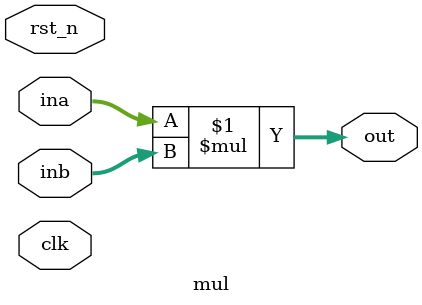
<source format=sv>
module mul #(
    parameter in_DW  = 8,
    parameter out_DW = 16
)
(
    input  logic clk,
    input  logic rst_n,
    input  logic signed [in_DW-1:0]  ina,
    input  logic signed [in_DW-1:0]  inb,
    output logic signed [out_DW-1:0] out
);

// wire out_w;
// assign out_w = ina * inb;
assign out = ina * inb;

endmodule
</source>
